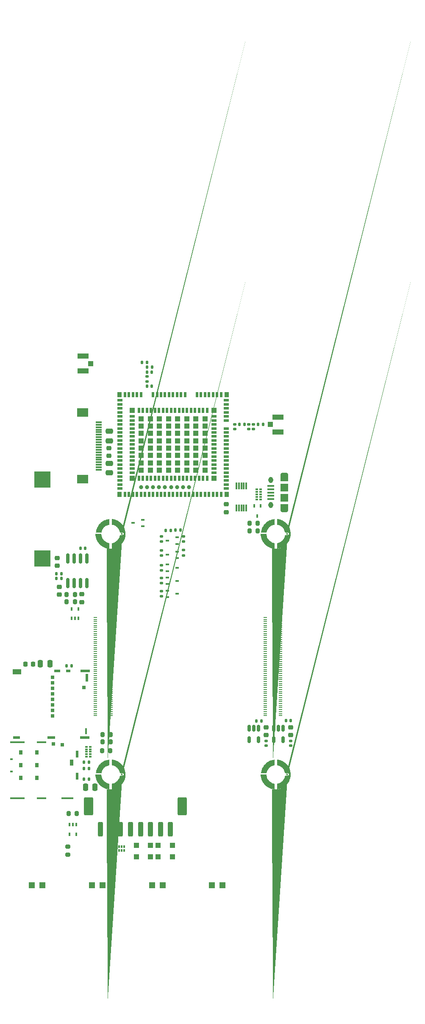
<source format=gbr>
%TF.GenerationSoftware,KiCad,Pcbnew,6.99.0-1.20221101gitf80c150.fc36*%
%TF.CreationDate,2022-11-16T22:50:14+00:00*%
%TF.ProjectId,bugg-main-r4,62756767-2d6d-4616-996e-2d72342e6b69,rev?*%
%TF.SameCoordinates,Original*%
%TF.FileFunction,Paste,Top*%
%TF.FilePolarity,Positive*%
%FSLAX46Y46*%
G04 Gerber Fmt 4.6, Leading zero omitted, Abs format (unit mm)*
G04 Created by KiCad (PCBNEW 6.99.0-1.20221101gitf80c150.fc36) date 2022-11-16 22:50:14*
%MOMM*%
%LPD*%
G01*
G04 APERTURE LIST*
G04 Aperture macros list*
%AMRoundRect*
0 Rectangle with rounded corners*
0 $1 Rounding radius*
0 $2 $3 $4 $5 $6 $7 $8 $9 X,Y pos of 4 corners*
0 Add a 4 corners polygon primitive as box body*
4,1,4,$2,$3,$4,$5,$6,$7,$8,$9,$2,$3,0*
0 Add four circle primitives for the rounded corners*
1,1,$1+$1,$2,$3*
1,1,$1+$1,$4,$5*
1,1,$1+$1,$6,$7*
1,1,$1+$1,$8,$9*
0 Add four rect primitives between the rounded corners*
20,1,$1+$1,$2,$3,$4,$5,0*
20,1,$1+$1,$4,$5,$6,$7,0*
20,1,$1+$1,$6,$7,$8,$9,0*
20,1,$1+$1,$8,$9,$2,$3,0*%
%AMFreePoly0*
4,1,101,-1.895792,2.944575,-1.557458,2.864389,-1.230721,2.745466,-0.920000,2.589416,-0.629496,2.398348,-0.363138,2.174847,-0.124527,1.921935,0.083109,1.643032,0.256962,1.341910,0.394681,1.022640,0.494404,0.689541,0.554783,0.347118,0.575000,0.000000,0.554783,-0.347118,0.494404,-0.689541,0.394681,-1.022640,0.256962,-1.341910,0.083109,-1.643032,-0.124527,-1.921935,-0.363138,-2.174847,
-0.629496,-2.398348,-0.920000,-2.589416,-1.230721,-2.745466,-1.557458,-2.864389,-1.895792,-2.944575,-2.241147,-2.984941,-2.588853,-2.984941,-2.934208,-2.944575,-3.272542,-2.864389,-3.599279,-2.745466,-3.910000,-2.589416,-4.200504,-2.398348,-4.466862,-2.174847,-4.705473,-1.921935,-4.913109,-1.643032,-5.086962,-1.341910,-5.224681,-1.022640,-5.324404,-0.689541,-5.384783,-0.347118,-5.405000,0.000000,
-4.259700,0.000000,-4.240924,-0.262528,-4.184977,-0.519712,-4.092998,-0.766316,-3.966860,-0.997320,-3.809131,-1.208022,-3.623022,-1.394131,-3.412320,-1.551860,-3.181316,-1.677998,-2.934712,-1.769977,-2.677528,-1.825924,-2.415000,-1.844700,-2.152472,-1.825924,-1.895288,-1.769977,-1.648684,-1.677998,-1.417680,-1.551860,-1.206978,-1.394131,-1.020869,-1.208022,-0.863140,-0.997320,-0.737002,-0.766316,
-0.645023,-0.519712,-0.589076,-0.262528,-0.570300,0.000000,-0.589076,0.262528,-0.645023,0.519712,-0.737002,0.766316,-0.863140,0.997320,-1.020869,1.208022,-1.206978,1.394131,-1.417680,1.551860,-1.648684,1.677998,-1.895288,1.769977,-2.152472,1.825924,-2.415000,1.844700,-2.677528,1.825924,-2.934712,1.769977,-3.181316,1.677998,-3.412320,1.551860,-3.623022,1.394131,-3.809131,1.208022,
-3.966860,0.997320,-4.092998,0.766316,-4.184977,0.519712,-4.240924,0.262528,-4.259700,0.000000,-5.405000,0.000000,-5.384783,0.347118,-5.324404,0.689541,-5.224681,1.022640,-5.086962,1.341910,-4.913109,1.643032,-4.705473,1.921935,-4.466862,2.174847,-4.200504,2.398348,-3.910000,2.589416,-3.599279,2.745466,-3.272542,2.864389,-2.934208,2.944575,-2.588853,2.984941,-2.241147,2.984941,
-1.895792,2.944575,-1.895792,2.944575,$1*%
G04 Aperture macros list end*
%ADD10C,0.010000*%
%ADD11RoundRect,0.140000X-0.140000X-0.170000X0.140000X-0.170000X0.140000X0.170000X-0.140000X0.170000X0*%
%ADD12R,0.700000X0.640000*%
%ADD13R,0.550000X1.550000*%
%ADD14R,0.700000X0.700000*%
%ADD15R,1.850000X0.570000*%
%ADD16R,0.820000X0.520000*%
%ADD17R,1.150000X0.520000*%
%ADD18R,1.700000X1.010000*%
%ADD19R,0.450000X1.300000*%
%ADD20R,1.960000X0.570000*%
%ADD21R,1.650000X0.520000*%
%ADD22R,1.450000X0.570000*%
%ADD23R,0.700000X0.900000*%
%ADD24R,1.900000X0.450000*%
%ADD25R,2.400000X0.450000*%
%ADD26R,2.900000X0.450000*%
%ADD27R,0.650000X1.200000*%
%ADD28R,0.700000X0.750000*%
%ADD29R,0.500000X1.400000*%
%ADD30R,0.600000X0.300000*%
%ADD31RoundRect,0.150000X-0.150000X0.512500X-0.150000X-0.512500X0.150000X-0.512500X0.150000X0.512500X0*%
%ADD32R,1.350000X0.400000*%
%ADD33O,1.550000X0.890000*%
%ADD34R,1.550000X1.500000*%
%ADD35R,1.550000X1.200000*%
%ADD36O,0.950000X1.250000*%
%ADD37R,1.200000X1.200000*%
%ADD38R,0.700000X0.450000*%
%ADD39RoundRect,0.135000X0.185000X-0.135000X0.185000X0.135000X-0.185000X0.135000X-0.185000X-0.135000X0*%
%ADD40RoundRect,0.250000X-0.250000X-1.200000X0.250000X-1.200000X0.250000X1.200000X-0.250000X1.200000X0*%
%ADD41RoundRect,0.250000X-0.650000X-1.550000X0.650000X-1.550000X0.650000X1.550000X-0.650000X1.550000X0*%
%ADD42RoundRect,0.225000X0.250000X-0.225000X0.250000X0.225000X-0.250000X0.225000X-0.250000X-0.225000X0*%
%ADD43RoundRect,0.250000X-0.475000X0.250000X-0.475000X-0.250000X0.475000X-0.250000X0.475000X0.250000X0*%
%ADD44RoundRect,0.150000X0.150000X-0.825000X0.150000X0.825000X-0.150000X0.825000X-0.150000X-0.825000X0*%
%ADD45RoundRect,0.218750X-0.256250X0.218750X-0.256250X-0.218750X0.256250X-0.218750X0.256250X0.218750X0*%
%ADD46RoundRect,0.135000X0.135000X0.185000X-0.135000X0.185000X-0.135000X-0.185000X0.135000X-0.185000X0*%
%ADD47R,0.450000X0.700000*%
%ADD48R,0.550000X0.300000*%
%ADD49R,0.550000X0.400000*%
%ADD50RoundRect,0.135000X-0.185000X0.135000X-0.185000X-0.135000X0.185000X-0.135000X0.185000X0.135000X0*%
%ADD51R,2.200000X1.050000*%
%ADD52R,1.050000X1.000000*%
%ADD53RoundRect,0.140000X0.140000X0.170000X-0.140000X0.170000X-0.140000X-0.170000X0.140000X-0.170000X0*%
%ADD54RoundRect,0.200000X-0.200000X-0.275000X0.200000X-0.275000X0.200000X0.275000X-0.200000X0.275000X0*%
%ADD55RoundRect,0.200000X0.200000X0.275000X-0.200000X0.275000X-0.200000X-0.275000X0.200000X-0.275000X0*%
%ADD56R,0.500000X1.000000*%
%ADD57R,1.000000X0.500000*%
%ADD58R,1.000000X1.000000*%
%ADD59R,0.900000X1.000000*%
%ADD60C,0.800000*%
%ADD61R,0.300000X1.400000*%
%ADD62R,1.100000X1.100000*%
%ADD63FreePoly0,0.000000*%
%ADD64RoundRect,0.200000X-0.275000X0.200000X-0.275000X-0.200000X0.275000X-0.200000X0.275000X0.200000X0*%
%ADD65R,0.700000X0.200000*%
%ADD66RoundRect,0.135000X-0.135000X-0.185000X0.135000X-0.185000X0.135000X0.185000X-0.135000X0.185000X0*%
%ADD67RoundRect,0.225000X0.225000X0.250000X-0.225000X0.250000X-0.225000X-0.250000X0.225000X-0.250000X0*%
%ADD68RoundRect,0.140000X-0.170000X0.140000X-0.170000X-0.140000X0.170000X-0.140000X0.170000X0.140000X0*%
%ADD69R,0.400000X0.650000*%
%ADD70RoundRect,0.147500X-0.147500X-0.172500X0.147500X-0.172500X0.147500X0.172500X-0.147500X0.172500X0*%
%ADD71RoundRect,0.147500X0.147500X0.172500X-0.147500X0.172500X-0.147500X-0.172500X0.147500X-0.172500X0*%
%ADD72RoundRect,0.250000X0.475000X-0.250000X0.475000X0.250000X-0.475000X0.250000X-0.475000X-0.250000X0*%
%ADD73RoundRect,0.147500X0.172500X-0.147500X0.172500X0.147500X-0.172500X0.147500X-0.172500X-0.147500X0*%
%ADD74R,2.200000X1.800000*%
%ADD75R,1.300000X0.300000*%
%ADD76RoundRect,0.250000X-0.250000X-0.475000X0.250000X-0.475000X0.250000X0.475000X-0.250000X0.475000X0*%
%ADD77R,0.300000X0.550000*%
%ADD78R,0.400000X0.550000*%
%ADD79RoundRect,0.140000X0.170000X-0.140000X0.170000X0.140000X-0.170000X0.140000X-0.170000X-0.140000X0*%
%ADD80R,3.200000X3.200000*%
%ADD81RoundRect,0.225000X-0.250000X0.225000X-0.250000X-0.225000X0.250000X-0.225000X0.250000X0.225000X0*%
G04 APERTURE END LIST*
%TO.C,SP3*%
G36*
X22643000Y-24415000D02*
G01*
X22668000Y-24510000D01*
X22723000Y-24680000D01*
X22873000Y-24985000D01*
X22998000Y-25165000D01*
X23103000Y-25290000D01*
X23208000Y-25395000D01*
X23338000Y-25505000D01*
X23458000Y-25590000D01*
X23573000Y-25660000D01*
X23713000Y-25730000D01*
X23818000Y-25775000D01*
X23903000Y-25805000D01*
X24018000Y-25840000D01*
X24133000Y-25865000D01*
X24178000Y-25875000D01*
X24178000Y-26905000D01*
X24113000Y-26895000D01*
X23958000Y-26870000D01*
X23798000Y-26835000D01*
X23618000Y-26785000D01*
X23408000Y-26710000D01*
X23263000Y-26645000D01*
X23083000Y-26555000D01*
X22973000Y-26490000D01*
X22888000Y-26435000D01*
X22793000Y-26370000D01*
X22718000Y-26315000D01*
X22613000Y-26230000D01*
X22538000Y-26165000D01*
X22468000Y-26100000D01*
X22388000Y-26020000D01*
X22268000Y-25885000D01*
X22178000Y-25775000D01*
X22103000Y-25670000D01*
X21983000Y-25485000D01*
X21923000Y-25375000D01*
X21843000Y-25215000D01*
X21783000Y-25075000D01*
X21728000Y-24925000D01*
X21688000Y-24790000D01*
X21653000Y-24655000D01*
X21638000Y-24585000D01*
X21623000Y-24500000D01*
X21608000Y-24405000D01*
X21598000Y-24320000D01*
X22628000Y-24320000D01*
X22643000Y-24415000D01*
G37*
D10*
X22643000Y-24415000D02*
X22668000Y-24510000D01*
X22723000Y-24680000D01*
X22873000Y-24985000D01*
X22998000Y-25165000D01*
X23103000Y-25290000D01*
X23208000Y-25395000D01*
X23338000Y-25505000D01*
X23458000Y-25590000D01*
X23573000Y-25660000D01*
X23713000Y-25730000D01*
X23818000Y-25775000D01*
X23903000Y-25805000D01*
X24018000Y-25840000D01*
X24133000Y-25865000D01*
X24178000Y-25875000D01*
X24178000Y-26905000D01*
X24113000Y-26895000D01*
X23958000Y-26870000D01*
X23798000Y-26835000D01*
X23618000Y-26785000D01*
X23408000Y-26710000D01*
X23263000Y-26645000D01*
X23083000Y-26555000D01*
X22973000Y-26490000D01*
X22888000Y-26435000D01*
X22793000Y-26370000D01*
X22718000Y-26315000D01*
X22613000Y-26230000D01*
X22538000Y-26165000D01*
X22468000Y-26100000D01*
X22388000Y-26020000D01*
X22268000Y-25885000D01*
X22178000Y-25775000D01*
X22103000Y-25670000D01*
X21983000Y-25485000D01*
X21923000Y-25375000D01*
X21843000Y-25215000D01*
X21783000Y-25075000D01*
X21728000Y-24925000D01*
X21688000Y-24790000D01*
X21653000Y-24655000D01*
X21638000Y-24585000D01*
X21623000Y-24500000D01*
X21608000Y-24405000D01*
X21598000Y-24320000D01*
X22628000Y-24320000D01*
X22643000Y-24415000D01*
G36*
X24180000Y-22130000D02*
G01*
X24085000Y-22145000D01*
X23990000Y-22170000D01*
X23820000Y-22225000D01*
X23515000Y-22375000D01*
X23335000Y-22500000D01*
X23210000Y-22605000D01*
X23105000Y-22710000D01*
X22995000Y-22840000D01*
X22910000Y-22960000D01*
X22840000Y-23075000D01*
X22770000Y-23215000D01*
X22725000Y-23320000D01*
X22695000Y-23405000D01*
X22660000Y-23520000D01*
X22635000Y-23635000D01*
X22625000Y-23680000D01*
X21595000Y-23680000D01*
X21605000Y-23615000D01*
X21630000Y-23460000D01*
X21665000Y-23300000D01*
X21715000Y-23120000D01*
X21790000Y-22910000D01*
X21855000Y-22765000D01*
X21945000Y-22585000D01*
X22010000Y-22475000D01*
X22065000Y-22390000D01*
X22130000Y-22295000D01*
X22185000Y-22220000D01*
X22270000Y-22115000D01*
X22335000Y-22040000D01*
X22400000Y-21970000D01*
X22480000Y-21890000D01*
X22615000Y-21770000D01*
X22725000Y-21680000D01*
X22830000Y-21605000D01*
X23015000Y-21485000D01*
X23125000Y-21425000D01*
X23285000Y-21345000D01*
X23425000Y-21285000D01*
X23575000Y-21230000D01*
X23710000Y-21190000D01*
X23845000Y-21155000D01*
X23915000Y-21140000D01*
X24000000Y-21125000D01*
X24095000Y-21110000D01*
X24180000Y-21100000D01*
X24180000Y-22130000D01*
G37*
X24180000Y-22130000D02*
X24085000Y-22145000D01*
X23990000Y-22170000D01*
X23820000Y-22225000D01*
X23515000Y-22375000D01*
X23335000Y-22500000D01*
X23210000Y-22605000D01*
X23105000Y-22710000D01*
X22995000Y-22840000D01*
X22910000Y-22960000D01*
X22840000Y-23075000D01*
X22770000Y-23215000D01*
X22725000Y-23320000D01*
X22695000Y-23405000D01*
X22660000Y-23520000D01*
X22635000Y-23635000D01*
X22625000Y-23680000D01*
X21595000Y-23680000D01*
X21605000Y-23615000D01*
X21630000Y-23460000D01*
X21665000Y-23300000D01*
X21715000Y-23120000D01*
X21790000Y-22910000D01*
X21855000Y-22765000D01*
X21945000Y-22585000D01*
X22010000Y-22475000D01*
X22065000Y-22390000D01*
X22130000Y-22295000D01*
X22185000Y-22220000D01*
X22270000Y-22115000D01*
X22335000Y-22040000D01*
X22400000Y-21970000D01*
X22480000Y-21890000D01*
X22615000Y-21770000D01*
X22725000Y-21680000D01*
X22830000Y-21605000D01*
X23015000Y-21485000D01*
X23125000Y-21425000D01*
X23285000Y-21345000D01*
X23425000Y-21285000D01*
X23575000Y-21230000D01*
X23710000Y-21190000D01*
X23845000Y-21155000D01*
X23915000Y-21140000D01*
X24000000Y-21125000D01*
X24095000Y-21110000D01*
X24180000Y-21100000D01*
X24180000Y-22130000D01*
G36*
X27395000Y-24386000D02*
G01*
X27370000Y-24541000D01*
X27335000Y-24701000D01*
X27285000Y-24881000D01*
X27210000Y-25091000D01*
X27145000Y-25236000D01*
X27055000Y-25416000D01*
X26990000Y-25526000D01*
X26935000Y-25611000D01*
X26870000Y-25706000D01*
X26815000Y-25781000D01*
X26730000Y-25886000D01*
X26665000Y-25961000D01*
X26600000Y-26031000D01*
X26520000Y-26111000D01*
X26385000Y-26231000D01*
X26275000Y-26321000D01*
X26170000Y-26396000D01*
X25985000Y-26516000D01*
X25875000Y-26576000D01*
X25715000Y-26656000D01*
X25575000Y-26716000D01*
X25425000Y-26771000D01*
X25290000Y-26811000D01*
X25155000Y-26846000D01*
X25085000Y-26861000D01*
X25000000Y-26876000D01*
X24905000Y-26891000D01*
X24820000Y-26901000D01*
X24820000Y-25871000D01*
X24915000Y-25856000D01*
X25010000Y-25831000D01*
X25180000Y-25776000D01*
X25485000Y-25626000D01*
X25665000Y-25501000D01*
X25790000Y-25396000D01*
X25895000Y-25291000D01*
X26005000Y-25161000D01*
X26090000Y-25041000D01*
X26160000Y-24926000D01*
X26230000Y-24786000D01*
X26275000Y-24681000D01*
X26305000Y-24596000D01*
X26340000Y-24481000D01*
X26365000Y-24366000D01*
X26375000Y-24321000D01*
X27405000Y-24321000D01*
X27395000Y-24386000D01*
G37*
X27395000Y-24386000D02*
X27370000Y-24541000D01*
X27335000Y-24701000D01*
X27285000Y-24881000D01*
X27210000Y-25091000D01*
X27145000Y-25236000D01*
X27055000Y-25416000D01*
X26990000Y-25526000D01*
X26935000Y-25611000D01*
X26870000Y-25706000D01*
X26815000Y-25781000D01*
X26730000Y-25886000D01*
X26665000Y-25961000D01*
X26600000Y-26031000D01*
X26520000Y-26111000D01*
X26385000Y-26231000D01*
X26275000Y-26321000D01*
X26170000Y-26396000D01*
X25985000Y-26516000D01*
X25875000Y-26576000D01*
X25715000Y-26656000D01*
X25575000Y-26716000D01*
X25425000Y-26771000D01*
X25290000Y-26811000D01*
X25155000Y-26846000D01*
X25085000Y-26861000D01*
X25000000Y-26876000D01*
X24905000Y-26891000D01*
X24820000Y-26901000D01*
X24820000Y-25871000D01*
X24915000Y-25856000D01*
X25010000Y-25831000D01*
X25180000Y-25776000D01*
X25485000Y-25626000D01*
X25665000Y-25501000D01*
X25790000Y-25396000D01*
X25895000Y-25291000D01*
X26005000Y-25161000D01*
X26090000Y-25041000D01*
X26160000Y-24926000D01*
X26230000Y-24786000D01*
X26275000Y-24681000D01*
X26305000Y-24596000D01*
X26340000Y-24481000D01*
X26365000Y-24366000D01*
X26375000Y-24321000D01*
X27405000Y-24321000D01*
X27395000Y-24386000D01*
G36*
X24885401Y-21107903D02*
G01*
X25040401Y-21132903D01*
X25200401Y-21167903D01*
X25380401Y-21217903D01*
X25590401Y-21292903D01*
X25735401Y-21357903D01*
X25915401Y-21447903D01*
X26025401Y-21512903D01*
X26110401Y-21567903D01*
X26205401Y-21632903D01*
X26280401Y-21687903D01*
X26385401Y-21772903D01*
X26460401Y-21837903D01*
X26530401Y-21902903D01*
X26610401Y-21982903D01*
X26730401Y-22117903D01*
X26820401Y-22227903D01*
X26895401Y-22332903D01*
X27015401Y-22517903D01*
X27075401Y-22627903D01*
X27155401Y-22787903D01*
X27215401Y-22927903D01*
X27270401Y-23077903D01*
X27310401Y-23212903D01*
X27345401Y-23347903D01*
X27360401Y-23417903D01*
X27375401Y-23502903D01*
X27390401Y-23597903D01*
X27400401Y-23682903D01*
X26370401Y-23682903D01*
X26355401Y-23587903D01*
X26330401Y-23492903D01*
X26275401Y-23322903D01*
X26125401Y-23017903D01*
X26000401Y-22837903D01*
X25895401Y-22712903D01*
X25790401Y-22607903D01*
X25660401Y-22497903D01*
X25540401Y-22412903D01*
X25425401Y-22342903D01*
X25285401Y-22272903D01*
X25180401Y-22227903D01*
X25095401Y-22197903D01*
X24980401Y-22162903D01*
X24865401Y-22137903D01*
X24820401Y-22127903D01*
X24820401Y-21097903D01*
X24885401Y-21107903D01*
G37*
X24885401Y-21107903D02*
X25040401Y-21132903D01*
X25200401Y-21167903D01*
X25380401Y-21217903D01*
X25590401Y-21292903D01*
X25735401Y-21357903D01*
X25915401Y-21447903D01*
X26025401Y-21512903D01*
X26110401Y-21567903D01*
X26205401Y-21632903D01*
X26280401Y-21687903D01*
X26385401Y-21772903D01*
X26460401Y-21837903D01*
X26530401Y-21902903D01*
X26610401Y-21982903D01*
X26730401Y-22117903D01*
X26820401Y-22227903D01*
X26895401Y-22332903D01*
X27015401Y-22517903D01*
X27075401Y-22627903D01*
X27155401Y-22787903D01*
X27215401Y-22927903D01*
X27270401Y-23077903D01*
X27310401Y-23212903D01*
X27345401Y-23347903D01*
X27360401Y-23417903D01*
X27375401Y-23502903D01*
X27390401Y-23597903D01*
X27400401Y-23682903D01*
X26370401Y-23682903D01*
X26355401Y-23587903D01*
X26330401Y-23492903D01*
X26275401Y-23322903D01*
X26125401Y-23017903D01*
X26000401Y-22837903D01*
X25895401Y-22712903D01*
X25790401Y-22607903D01*
X25660401Y-22497903D01*
X25540401Y-22412903D01*
X25425401Y-22342903D01*
X25285401Y-22272903D01*
X25180401Y-22227903D01*
X25095401Y-22197903D01*
X24980401Y-22162903D01*
X24865401Y-22137903D01*
X24820401Y-22127903D01*
X24820401Y-21097903D01*
X24885401Y-21107903D01*
%TO.C,SP1*%
G36*
X-10357000Y23585000D02*
G01*
X-10332000Y23490000D01*
X-10277000Y23320000D01*
X-10127000Y23015000D01*
X-10002000Y22835000D01*
X-9897000Y22710000D01*
X-9792000Y22605000D01*
X-9662000Y22495000D01*
X-9542000Y22410000D01*
X-9427000Y22340000D01*
X-9287000Y22270000D01*
X-9182000Y22225000D01*
X-9097000Y22195000D01*
X-8982000Y22160000D01*
X-8867000Y22135000D01*
X-8822000Y22125000D01*
X-8822000Y21095000D01*
X-8887000Y21105000D01*
X-9042000Y21130000D01*
X-9202000Y21165000D01*
X-9382000Y21215000D01*
X-9592000Y21290000D01*
X-9737000Y21355000D01*
X-9917000Y21445000D01*
X-10027000Y21510000D01*
X-10112000Y21565000D01*
X-10207000Y21630000D01*
X-10282000Y21685000D01*
X-10387000Y21770000D01*
X-10462000Y21835000D01*
X-10532000Y21900000D01*
X-10612000Y21980000D01*
X-10732000Y22115000D01*
X-10822000Y22225000D01*
X-10897000Y22330000D01*
X-11017000Y22515000D01*
X-11077000Y22625000D01*
X-11157000Y22785000D01*
X-11217000Y22925000D01*
X-11272000Y23075000D01*
X-11312000Y23210000D01*
X-11347000Y23345000D01*
X-11362000Y23415000D01*
X-11377000Y23500000D01*
X-11392000Y23595000D01*
X-11402000Y23680000D01*
X-10372000Y23680000D01*
X-10357000Y23585000D01*
G37*
X-10357000Y23585000D02*
X-10332000Y23490000D01*
X-10277000Y23320000D01*
X-10127000Y23015000D01*
X-10002000Y22835000D01*
X-9897000Y22710000D01*
X-9792000Y22605000D01*
X-9662000Y22495000D01*
X-9542000Y22410000D01*
X-9427000Y22340000D01*
X-9287000Y22270000D01*
X-9182000Y22225000D01*
X-9097000Y22195000D01*
X-8982000Y22160000D01*
X-8867000Y22135000D01*
X-8822000Y22125000D01*
X-8822000Y21095000D01*
X-8887000Y21105000D01*
X-9042000Y21130000D01*
X-9202000Y21165000D01*
X-9382000Y21215000D01*
X-9592000Y21290000D01*
X-9737000Y21355000D01*
X-9917000Y21445000D01*
X-10027000Y21510000D01*
X-10112000Y21565000D01*
X-10207000Y21630000D01*
X-10282000Y21685000D01*
X-10387000Y21770000D01*
X-10462000Y21835000D01*
X-10532000Y21900000D01*
X-10612000Y21980000D01*
X-10732000Y22115000D01*
X-10822000Y22225000D01*
X-10897000Y22330000D01*
X-11017000Y22515000D01*
X-11077000Y22625000D01*
X-11157000Y22785000D01*
X-11217000Y22925000D01*
X-11272000Y23075000D01*
X-11312000Y23210000D01*
X-11347000Y23345000D01*
X-11362000Y23415000D01*
X-11377000Y23500000D01*
X-11392000Y23595000D01*
X-11402000Y23680000D01*
X-10372000Y23680000D01*
X-10357000Y23585000D01*
G36*
X-8820000Y25870000D02*
G01*
X-8915000Y25855000D01*
X-9010000Y25830000D01*
X-9180000Y25775000D01*
X-9485000Y25625000D01*
X-9665000Y25500000D01*
X-9790000Y25395000D01*
X-9895000Y25290000D01*
X-10005000Y25160000D01*
X-10090000Y25040000D01*
X-10160000Y24925000D01*
X-10230000Y24785000D01*
X-10275000Y24680000D01*
X-10305000Y24595000D01*
X-10340000Y24480000D01*
X-10365000Y24365000D01*
X-10375000Y24320000D01*
X-11405000Y24320000D01*
X-11395000Y24385000D01*
X-11370000Y24540000D01*
X-11335000Y24700000D01*
X-11285000Y24880000D01*
X-11210000Y25090000D01*
X-11145000Y25235000D01*
X-11055000Y25415000D01*
X-10990000Y25525000D01*
X-10935000Y25610000D01*
X-10870000Y25705000D01*
X-10815000Y25780000D01*
X-10730000Y25885000D01*
X-10665000Y25960000D01*
X-10600000Y26030000D01*
X-10520000Y26110000D01*
X-10385000Y26230000D01*
X-10275000Y26320000D01*
X-10170000Y26395000D01*
X-9985000Y26515000D01*
X-9875000Y26575000D01*
X-9715000Y26655000D01*
X-9575000Y26715000D01*
X-9425000Y26770000D01*
X-9290000Y26810000D01*
X-9155000Y26845000D01*
X-9085000Y26860000D01*
X-9000000Y26875000D01*
X-8905000Y26890000D01*
X-8820000Y26900000D01*
X-8820000Y25870000D01*
G37*
X-8820000Y25870000D02*
X-8915000Y25855000D01*
X-9010000Y25830000D01*
X-9180000Y25775000D01*
X-9485000Y25625000D01*
X-9665000Y25500000D01*
X-9790000Y25395000D01*
X-9895000Y25290000D01*
X-10005000Y25160000D01*
X-10090000Y25040000D01*
X-10160000Y24925000D01*
X-10230000Y24785000D01*
X-10275000Y24680000D01*
X-10305000Y24595000D01*
X-10340000Y24480000D01*
X-10365000Y24365000D01*
X-10375000Y24320000D01*
X-11405000Y24320000D01*
X-11395000Y24385000D01*
X-11370000Y24540000D01*
X-11335000Y24700000D01*
X-11285000Y24880000D01*
X-11210000Y25090000D01*
X-11145000Y25235000D01*
X-11055000Y25415000D01*
X-10990000Y25525000D01*
X-10935000Y25610000D01*
X-10870000Y25705000D01*
X-10815000Y25780000D01*
X-10730000Y25885000D01*
X-10665000Y25960000D01*
X-10600000Y26030000D01*
X-10520000Y26110000D01*
X-10385000Y26230000D01*
X-10275000Y26320000D01*
X-10170000Y26395000D01*
X-9985000Y26515000D01*
X-9875000Y26575000D01*
X-9715000Y26655000D01*
X-9575000Y26715000D01*
X-9425000Y26770000D01*
X-9290000Y26810000D01*
X-9155000Y26845000D01*
X-9085000Y26860000D01*
X-9000000Y26875000D01*
X-8905000Y26890000D01*
X-8820000Y26900000D01*
X-8820000Y25870000D01*
G36*
X-5605000Y23614000D02*
G01*
X-5630000Y23459000D01*
X-5665000Y23299000D01*
X-5715000Y23119000D01*
X-5790000Y22909000D01*
X-5855000Y22764000D01*
X-5945000Y22584000D01*
X-6010000Y22474000D01*
X-6065000Y22389000D01*
X-6130000Y22294000D01*
X-6185000Y22219000D01*
X-6270000Y22114000D01*
X-6335000Y22039000D01*
X-6400000Y21969000D01*
X-6480000Y21889000D01*
X-6615000Y21769000D01*
X-6725000Y21679000D01*
X-6830000Y21604000D01*
X-7015000Y21484000D01*
X-7125000Y21424000D01*
X-7285000Y21344000D01*
X-7425000Y21284000D01*
X-7575000Y21229000D01*
X-7710000Y21189000D01*
X-7845000Y21154000D01*
X-7915000Y21139000D01*
X-8000000Y21124000D01*
X-8095000Y21109000D01*
X-8180000Y21099000D01*
X-8180000Y22129000D01*
X-8085000Y22144000D01*
X-7990000Y22169000D01*
X-7820000Y22224000D01*
X-7515000Y22374000D01*
X-7335000Y22499000D01*
X-7210000Y22604000D01*
X-7105000Y22709000D01*
X-6995000Y22839000D01*
X-6910000Y22959000D01*
X-6840000Y23074000D01*
X-6770000Y23214000D01*
X-6725000Y23319000D01*
X-6695000Y23404000D01*
X-6660000Y23519000D01*
X-6635000Y23634000D01*
X-6625000Y23679000D01*
X-5595000Y23679000D01*
X-5605000Y23614000D01*
G37*
X-5605000Y23614000D02*
X-5630000Y23459000D01*
X-5665000Y23299000D01*
X-5715000Y23119000D01*
X-5790000Y22909000D01*
X-5855000Y22764000D01*
X-5945000Y22584000D01*
X-6010000Y22474000D01*
X-6065000Y22389000D01*
X-6130000Y22294000D01*
X-6185000Y22219000D01*
X-6270000Y22114000D01*
X-6335000Y22039000D01*
X-6400000Y21969000D01*
X-6480000Y21889000D01*
X-6615000Y21769000D01*
X-6725000Y21679000D01*
X-6830000Y21604000D01*
X-7015000Y21484000D01*
X-7125000Y21424000D01*
X-7285000Y21344000D01*
X-7425000Y21284000D01*
X-7575000Y21229000D01*
X-7710000Y21189000D01*
X-7845000Y21154000D01*
X-7915000Y21139000D01*
X-8000000Y21124000D01*
X-8095000Y21109000D01*
X-8180000Y21099000D01*
X-8180000Y22129000D01*
X-8085000Y22144000D01*
X-7990000Y22169000D01*
X-7820000Y22224000D01*
X-7515000Y22374000D01*
X-7335000Y22499000D01*
X-7210000Y22604000D01*
X-7105000Y22709000D01*
X-6995000Y22839000D01*
X-6910000Y22959000D01*
X-6840000Y23074000D01*
X-6770000Y23214000D01*
X-6725000Y23319000D01*
X-6695000Y23404000D01*
X-6660000Y23519000D01*
X-6635000Y23634000D01*
X-6625000Y23679000D01*
X-5595000Y23679000D01*
X-5605000Y23614000D01*
G36*
X-8114599Y26892097D02*
G01*
X-7959599Y26867097D01*
X-7799599Y26832097D01*
X-7619599Y26782097D01*
X-7409599Y26707097D01*
X-7264599Y26642097D01*
X-7084599Y26552097D01*
X-6974599Y26487097D01*
X-6889599Y26432097D01*
X-6794599Y26367097D01*
X-6719599Y26312097D01*
X-6614599Y26227097D01*
X-6539599Y26162097D01*
X-6469599Y26097097D01*
X-6389599Y26017097D01*
X-6269599Y25882097D01*
X-6179599Y25772097D01*
X-6104599Y25667097D01*
X-5984599Y25482097D01*
X-5924599Y25372097D01*
X-5844599Y25212097D01*
X-5784599Y25072097D01*
X-5729599Y24922097D01*
X-5689599Y24787097D01*
X-5654599Y24652097D01*
X-5639599Y24582097D01*
X-5624599Y24497097D01*
X-5609599Y24402097D01*
X-5599599Y24317097D01*
X-6629599Y24317097D01*
X-6644599Y24412097D01*
X-6669599Y24507097D01*
X-6724599Y24677097D01*
X-6874599Y24982097D01*
X-6999599Y25162097D01*
X-7104599Y25287097D01*
X-7209599Y25392097D01*
X-7339599Y25502097D01*
X-7459599Y25587097D01*
X-7574599Y25657097D01*
X-7714599Y25727097D01*
X-7819599Y25772097D01*
X-7904599Y25802097D01*
X-8019599Y25837097D01*
X-8134599Y25862097D01*
X-8179599Y25872097D01*
X-8179599Y26902097D01*
X-8114599Y26892097D01*
G37*
X-8114599Y26892097D02*
X-7959599Y26867097D01*
X-7799599Y26832097D01*
X-7619599Y26782097D01*
X-7409599Y26707097D01*
X-7264599Y26642097D01*
X-7084599Y26552097D01*
X-6974599Y26487097D01*
X-6889599Y26432097D01*
X-6794599Y26367097D01*
X-6719599Y26312097D01*
X-6614599Y26227097D01*
X-6539599Y26162097D01*
X-6469599Y26097097D01*
X-6389599Y26017097D01*
X-6269599Y25882097D01*
X-6179599Y25772097D01*
X-6104599Y25667097D01*
X-5984599Y25482097D01*
X-5924599Y25372097D01*
X-5844599Y25212097D01*
X-5784599Y25072097D01*
X-5729599Y24922097D01*
X-5689599Y24787097D01*
X-5654599Y24652097D01*
X-5639599Y24582097D01*
X-5624599Y24497097D01*
X-5609599Y24402097D01*
X-5599599Y24317097D01*
X-6629599Y24317097D01*
X-6644599Y24412097D01*
X-6669599Y24507097D01*
X-6724599Y24677097D01*
X-6874599Y24982097D01*
X-6999599Y25162097D01*
X-7104599Y25287097D01*
X-7209599Y25392097D01*
X-7339599Y25502097D01*
X-7459599Y25587097D01*
X-7574599Y25657097D01*
X-7714599Y25727097D01*
X-7819599Y25772097D01*
X-7904599Y25802097D01*
X-8019599Y25837097D01*
X-8134599Y25862097D01*
X-8179599Y25872097D01*
X-8179599Y26902097D01*
X-8114599Y26892097D01*
%TO.C,SP2*%
G36*
X22643000Y23585000D02*
G01*
X22668000Y23490000D01*
X22723000Y23320000D01*
X22873000Y23015000D01*
X22998000Y22835000D01*
X23103000Y22710000D01*
X23208000Y22605000D01*
X23338000Y22495000D01*
X23458000Y22410000D01*
X23573000Y22340000D01*
X23713000Y22270000D01*
X23818000Y22225000D01*
X23903000Y22195000D01*
X24018000Y22160000D01*
X24133000Y22135000D01*
X24178000Y22125000D01*
X24178000Y21095000D01*
X24113000Y21105000D01*
X23958000Y21130000D01*
X23798000Y21165000D01*
X23618000Y21215000D01*
X23408000Y21290000D01*
X23263000Y21355000D01*
X23083000Y21445000D01*
X22973000Y21510000D01*
X22888000Y21565000D01*
X22793000Y21630000D01*
X22718000Y21685000D01*
X22613000Y21770000D01*
X22538000Y21835000D01*
X22468000Y21900000D01*
X22388000Y21980000D01*
X22268000Y22115000D01*
X22178000Y22225000D01*
X22103000Y22330000D01*
X21983000Y22515000D01*
X21923000Y22625000D01*
X21843000Y22785000D01*
X21783000Y22925000D01*
X21728000Y23075000D01*
X21688000Y23210000D01*
X21653000Y23345000D01*
X21638000Y23415000D01*
X21623000Y23500000D01*
X21608000Y23595000D01*
X21598000Y23680000D01*
X22628000Y23680000D01*
X22643000Y23585000D01*
G37*
X22643000Y23585000D02*
X22668000Y23490000D01*
X22723000Y23320000D01*
X22873000Y23015000D01*
X22998000Y22835000D01*
X23103000Y22710000D01*
X23208000Y22605000D01*
X23338000Y22495000D01*
X23458000Y22410000D01*
X23573000Y22340000D01*
X23713000Y22270000D01*
X23818000Y22225000D01*
X23903000Y22195000D01*
X24018000Y22160000D01*
X24133000Y22135000D01*
X24178000Y22125000D01*
X24178000Y21095000D01*
X24113000Y21105000D01*
X23958000Y21130000D01*
X23798000Y21165000D01*
X23618000Y21215000D01*
X23408000Y21290000D01*
X23263000Y21355000D01*
X23083000Y21445000D01*
X22973000Y21510000D01*
X22888000Y21565000D01*
X22793000Y21630000D01*
X22718000Y21685000D01*
X22613000Y21770000D01*
X22538000Y21835000D01*
X22468000Y21900000D01*
X22388000Y21980000D01*
X22268000Y22115000D01*
X22178000Y22225000D01*
X22103000Y22330000D01*
X21983000Y22515000D01*
X21923000Y22625000D01*
X21843000Y22785000D01*
X21783000Y22925000D01*
X21728000Y23075000D01*
X21688000Y23210000D01*
X21653000Y23345000D01*
X21638000Y23415000D01*
X21623000Y23500000D01*
X21608000Y23595000D01*
X21598000Y23680000D01*
X22628000Y23680000D01*
X22643000Y23585000D01*
G36*
X24180000Y25870000D02*
G01*
X24085000Y25855000D01*
X23990000Y25830000D01*
X23820000Y25775000D01*
X23515000Y25625000D01*
X23335000Y25500000D01*
X23210000Y25395000D01*
X23105000Y25290000D01*
X22995000Y25160000D01*
X22910000Y25040000D01*
X22840000Y24925000D01*
X22770000Y24785000D01*
X22725000Y24680000D01*
X22695000Y24595000D01*
X22660000Y24480000D01*
X22635000Y24365000D01*
X22625000Y24320000D01*
X21595000Y24320000D01*
X21605000Y24385000D01*
X21630000Y24540000D01*
X21665000Y24700000D01*
X21715000Y24880000D01*
X21790000Y25090000D01*
X21855000Y25235000D01*
X21945000Y25415000D01*
X22010000Y25525000D01*
X22065000Y25610000D01*
X22130000Y25705000D01*
X22185000Y25780000D01*
X22270000Y25885000D01*
X22335000Y25960000D01*
X22400000Y26030000D01*
X22480000Y26110000D01*
X22615000Y26230000D01*
X22725000Y26320000D01*
X22830000Y26395000D01*
X23015000Y26515000D01*
X23125000Y26575000D01*
X23285000Y26655000D01*
X23425000Y26715000D01*
X23575000Y26770000D01*
X23710000Y26810000D01*
X23845000Y26845000D01*
X23915000Y26860000D01*
X24000000Y26875000D01*
X24095000Y26890000D01*
X24180000Y26900000D01*
X24180000Y25870000D01*
G37*
X24180000Y25870000D02*
X24085000Y25855000D01*
X23990000Y25830000D01*
X23820000Y25775000D01*
X23515000Y25625000D01*
X23335000Y25500000D01*
X23210000Y25395000D01*
X23105000Y25290000D01*
X22995000Y25160000D01*
X22910000Y25040000D01*
X22840000Y24925000D01*
X22770000Y24785000D01*
X22725000Y24680000D01*
X22695000Y24595000D01*
X22660000Y24480000D01*
X22635000Y24365000D01*
X22625000Y24320000D01*
X21595000Y24320000D01*
X21605000Y24385000D01*
X21630000Y24540000D01*
X21665000Y24700000D01*
X21715000Y24880000D01*
X21790000Y25090000D01*
X21855000Y25235000D01*
X21945000Y25415000D01*
X22010000Y25525000D01*
X22065000Y25610000D01*
X22130000Y25705000D01*
X22185000Y25780000D01*
X22270000Y25885000D01*
X22335000Y25960000D01*
X22400000Y26030000D01*
X22480000Y26110000D01*
X22615000Y26230000D01*
X22725000Y26320000D01*
X22830000Y26395000D01*
X23015000Y26515000D01*
X23125000Y26575000D01*
X23285000Y26655000D01*
X23425000Y26715000D01*
X23575000Y26770000D01*
X23710000Y26810000D01*
X23845000Y26845000D01*
X23915000Y26860000D01*
X24000000Y26875000D01*
X24095000Y26890000D01*
X24180000Y26900000D01*
X24180000Y25870000D01*
G36*
X27395000Y23614000D02*
G01*
X27370000Y23459000D01*
X27335000Y23299000D01*
X27285000Y23119000D01*
X27210000Y22909000D01*
X27145000Y22764000D01*
X27055000Y22584000D01*
X26990000Y22474000D01*
X26935000Y22389000D01*
X26870000Y22294000D01*
X26815000Y22219000D01*
X26730000Y22114000D01*
X26665000Y22039000D01*
X26600000Y21969000D01*
X26520000Y21889000D01*
X26385000Y21769000D01*
X26275000Y21679000D01*
X26170000Y21604000D01*
X25985000Y21484000D01*
X25875000Y21424000D01*
X25715000Y21344000D01*
X25575000Y21284000D01*
X25425000Y21229000D01*
X25290000Y21189000D01*
X25155000Y21154000D01*
X25085000Y21139000D01*
X25000000Y21124000D01*
X24905000Y21109000D01*
X24820000Y21099000D01*
X24820000Y22129000D01*
X24915000Y22144000D01*
X25010000Y22169000D01*
X25180000Y22224000D01*
X25485000Y22374000D01*
X25665000Y22499000D01*
X25790000Y22604000D01*
X25895000Y22709000D01*
X26005000Y22839000D01*
X26090000Y22959000D01*
X26160000Y23074000D01*
X26230000Y23214000D01*
X26275000Y23319000D01*
X26305000Y23404000D01*
X26340000Y23519000D01*
X26365000Y23634000D01*
X26375000Y23679000D01*
X27405000Y23679000D01*
X27395000Y23614000D01*
G37*
X27395000Y23614000D02*
X27370000Y23459000D01*
X27335000Y23299000D01*
X27285000Y23119000D01*
X27210000Y22909000D01*
X27145000Y22764000D01*
X27055000Y22584000D01*
X26990000Y22474000D01*
X26935000Y22389000D01*
X26870000Y22294000D01*
X26815000Y22219000D01*
X26730000Y22114000D01*
X26665000Y22039000D01*
X26600000Y21969000D01*
X26520000Y21889000D01*
X26385000Y21769000D01*
X26275000Y21679000D01*
X26170000Y21604000D01*
X25985000Y21484000D01*
X25875000Y21424000D01*
X25715000Y21344000D01*
X25575000Y21284000D01*
X25425000Y21229000D01*
X25290000Y21189000D01*
X25155000Y21154000D01*
X25085000Y21139000D01*
X25000000Y21124000D01*
X24905000Y21109000D01*
X24820000Y21099000D01*
X24820000Y22129000D01*
X24915000Y22144000D01*
X25010000Y22169000D01*
X25180000Y22224000D01*
X25485000Y22374000D01*
X25665000Y22499000D01*
X25790000Y22604000D01*
X25895000Y22709000D01*
X26005000Y22839000D01*
X26090000Y22959000D01*
X26160000Y23074000D01*
X26230000Y23214000D01*
X26275000Y23319000D01*
X26305000Y23404000D01*
X26340000Y23519000D01*
X26365000Y23634000D01*
X26375000Y23679000D01*
X27405000Y23679000D01*
X27395000Y23614000D01*
G36*
X24885401Y26892097D02*
G01*
X25040401Y26867097D01*
X25200401Y26832097D01*
X25380401Y26782097D01*
X25590401Y26707097D01*
X25735401Y26642097D01*
X25915401Y26552097D01*
X26025401Y26487097D01*
X26110401Y26432097D01*
X26205401Y26367097D01*
X26280401Y26312097D01*
X26385401Y26227097D01*
X26460401Y26162097D01*
X26530401Y26097097D01*
X26610401Y26017097D01*
X26730401Y25882097D01*
X26820401Y25772097D01*
X26895401Y25667097D01*
X27015401Y25482097D01*
X27075401Y25372097D01*
X27155401Y25212097D01*
X27215401Y25072097D01*
X27270401Y24922097D01*
X27310401Y24787097D01*
X27345401Y24652097D01*
X27360401Y24582097D01*
X27375401Y24497097D01*
X27390401Y24402097D01*
X27400401Y24317097D01*
X26370401Y24317097D01*
X26355401Y24412097D01*
X26330401Y24507097D01*
X26275401Y24677097D01*
X26125401Y24982097D01*
X26000401Y25162097D01*
X25895401Y25287097D01*
X25790401Y25392097D01*
X25660401Y25502097D01*
X25540401Y25587097D01*
X25425401Y25657097D01*
X25285401Y25727097D01*
X25180401Y25772097D01*
X25095401Y25802097D01*
X24980401Y25837097D01*
X24865401Y25862097D01*
X24820401Y25872097D01*
X24820401Y26902097D01*
X24885401Y26892097D01*
G37*
X24885401Y26892097D02*
X25040401Y26867097D01*
X25200401Y26832097D01*
X25380401Y26782097D01*
X25590401Y26707097D01*
X25735401Y26642097D01*
X25915401Y26552097D01*
X26025401Y26487097D01*
X26110401Y26432097D01*
X26205401Y26367097D01*
X26280401Y26312097D01*
X26385401Y26227097D01*
X26460401Y26162097D01*
X26530401Y26097097D01*
X26610401Y26017097D01*
X26730401Y25882097D01*
X26820401Y25772097D01*
X26895401Y25667097D01*
X27015401Y25482097D01*
X27075401Y25372097D01*
X27155401Y25212097D01*
X27215401Y25072097D01*
X27270401Y24922097D01*
X27310401Y24787097D01*
X27345401Y24652097D01*
X27360401Y24582097D01*
X27375401Y24497097D01*
X27390401Y24402097D01*
X27400401Y24317097D01*
X26370401Y24317097D01*
X26355401Y24412097D01*
X26330401Y24507097D01*
X26275401Y24677097D01*
X26125401Y24982097D01*
X26000401Y25162097D01*
X25895401Y25287097D01*
X25790401Y25392097D01*
X25660401Y25502097D01*
X25540401Y25587097D01*
X25425401Y25657097D01*
X25285401Y25727097D01*
X25180401Y25772097D01*
X25095401Y25802097D01*
X24980401Y25837097D01*
X24865401Y25862097D01*
X24820401Y25872097D01*
X24820401Y26902097D01*
X24885401Y26892097D01*
%TO.C,SP4*%
G36*
X-10357000Y-24415000D02*
G01*
X-10332000Y-24510000D01*
X-10277000Y-24680000D01*
X-10127000Y-24985000D01*
X-10002000Y-25165000D01*
X-9897000Y-25290000D01*
X-9792000Y-25395000D01*
X-9662000Y-25505000D01*
X-9542000Y-25590000D01*
X-9427000Y-25660000D01*
X-9287000Y-25730000D01*
X-9182000Y-25775000D01*
X-9097000Y-25805000D01*
X-8982000Y-25840000D01*
X-8867000Y-25865000D01*
X-8822000Y-25875000D01*
X-8822000Y-26905000D01*
X-8887000Y-26895000D01*
X-9042000Y-26870000D01*
X-9202000Y-26835000D01*
X-9382000Y-26785000D01*
X-9592000Y-26710000D01*
X-9737000Y-26645000D01*
X-9917000Y-26555000D01*
X-10027000Y-26490000D01*
X-10112000Y-26435000D01*
X-10207000Y-26370000D01*
X-10282000Y-26315000D01*
X-10387000Y-26230000D01*
X-10462000Y-26165000D01*
X-10532000Y-26100000D01*
X-10612000Y-26020000D01*
X-10732000Y-25885000D01*
X-10822000Y-25775000D01*
X-10897000Y-25670000D01*
X-11017000Y-25485000D01*
X-11077000Y-25375000D01*
X-11157000Y-25215000D01*
X-11217000Y-25075000D01*
X-11272000Y-24925000D01*
X-11312000Y-24790000D01*
X-11347000Y-24655000D01*
X-11362000Y-24585000D01*
X-11377000Y-24500000D01*
X-11392000Y-24405000D01*
X-11402000Y-24320000D01*
X-10372000Y-24320000D01*
X-10357000Y-24415000D01*
G37*
X-10357000Y-24415000D02*
X-10332000Y-24510000D01*
X-10277000Y-24680000D01*
X-10127000Y-24985000D01*
X-10002000Y-25165000D01*
X-9897000Y-25290000D01*
X-9792000Y-25395000D01*
X-9662000Y-25505000D01*
X-9542000Y-25590000D01*
X-9427000Y-25660000D01*
X-9287000Y-25730000D01*
X-9182000Y-25775000D01*
X-9097000Y-25805000D01*
X-8982000Y-25840000D01*
X-8867000Y-25865000D01*
X-8822000Y-25875000D01*
X-8822000Y-26905000D01*
X-8887000Y-26895000D01*
X-9042000Y-26870000D01*
X-9202000Y-26835000D01*
X-9382000Y-26785000D01*
X-9592000Y-26710000D01*
X-9737000Y-26645000D01*
X-9917000Y-26555000D01*
X-10027000Y-26490000D01*
X-10112000Y-26435000D01*
X-10207000Y-26370000D01*
X-10282000Y-26315000D01*
X-10387000Y-26230000D01*
X-10462000Y-26165000D01*
X-10532000Y-26100000D01*
X-10612000Y-26020000D01*
X-10732000Y-25885000D01*
X-10822000Y-25775000D01*
X-10897000Y-25670000D01*
X-11017000Y-25485000D01*
X-11077000Y-25375000D01*
X-11157000Y-25215000D01*
X-11217000Y-25075000D01*
X-11272000Y-24925000D01*
X-11312000Y-24790000D01*
X-11347000Y-24655000D01*
X-11362000Y-24585000D01*
X-11377000Y-24500000D01*
X-11392000Y-24405000D01*
X-11402000Y-24320000D01*
X-10372000Y-24320000D01*
X-10357000Y-24415000D01*
G36*
X-8820000Y-22130000D02*
G01*
X-8915000Y-22145000D01*
X-9010000Y-22170000D01*
X-9180000Y-22225000D01*
X-9485000Y-22375000D01*
X-9665000Y-22500000D01*
X-9790000Y-22605000D01*
X-9895000Y-22710000D01*
X-10005000Y-22840000D01*
X-10090000Y-22960000D01*
X-10160000Y-23075000D01*
X-10230000Y-23215000D01*
X-10275000Y-23320000D01*
X-10305000Y-23405000D01*
X-10340000Y-23520000D01*
X-10365000Y-23635000D01*
X-10375000Y-23680000D01*
X-11405000Y-23680000D01*
X-11395000Y-23615000D01*
X-11370000Y-23460000D01*
X-11335000Y-23300000D01*
X-11285000Y-23120000D01*
X-11210000Y-22910000D01*
X-11145000Y-22765000D01*
X-11055000Y-22585000D01*
X-10990000Y-22475000D01*
X-10935000Y-22390000D01*
X-10870000Y-22295000D01*
X-10815000Y-22220000D01*
X-10730000Y-22115000D01*
X-10665000Y-22040000D01*
X-10600000Y-21970000D01*
X-10520000Y-21890000D01*
X-10385000Y-21770000D01*
X-10275000Y-21680000D01*
X-10170000Y-21605000D01*
X-9985000Y-21485000D01*
X-9875000Y-21425000D01*
X-9715000Y-21345000D01*
X-9575000Y-21285000D01*
X-9425000Y-21230000D01*
X-9290000Y-21190000D01*
X-9155000Y-21155000D01*
X-9085000Y-21140000D01*
X-9000000Y-21125000D01*
X-8905000Y-21110000D01*
X-8820000Y-21100000D01*
X-8820000Y-22130000D01*
G37*
X-8820000Y-22130000D02*
X-8915000Y-22145000D01*
X-9010000Y-22170000D01*
X-9180000Y-22225000D01*
X-9485000Y-22375000D01*
X-9665000Y-22500000D01*
X-9790000Y-22605000D01*
X-9895000Y-22710000D01*
X-10005000Y-22840000D01*
X-10090000Y-22960000D01*
X-10160000Y-23075000D01*
X-10230000Y-23215000D01*
X-10275000Y-23320000D01*
X-10305000Y-23405000D01*
X-10340000Y-23520000D01*
X-10365000Y-23635000D01*
X-10375000Y-23680000D01*
X-11405000Y-23680000D01*
X-11395000Y-23615000D01*
X-11370000Y-23460000D01*
X-11335000Y-23300000D01*
X-11285000Y-23120000D01*
X-11210000Y-22910000D01*
X-11145000Y-22765000D01*
X-11055000Y-22585000D01*
X-10990000Y-22475000D01*
X-10935000Y-22390000D01*
X-10870000Y-22295000D01*
X-10815000Y-22220000D01*
X-10730000Y-22115000D01*
X-10665000Y-22040000D01*
X-10600000Y-21970000D01*
X-10520000Y-21890000D01*
X-10385000Y-21770000D01*
X-10275000Y-21680000D01*
X-10170000Y-21605000D01*
X-9985000Y-21485000D01*
X-9875000Y-21425000D01*
X-9715000Y-21345000D01*
X-9575000Y-21285000D01*
X-9425000Y-21230000D01*
X-9290000Y-21190000D01*
X-9155000Y-21155000D01*
X-9085000Y-21140000D01*
X-9000000Y-21125000D01*
X-8905000Y-21110000D01*
X-8820000Y-21100000D01*
X-8820000Y-22130000D01*
G36*
X-5605000Y-24386000D02*
G01*
X-5630000Y-24541000D01*
X-5665000Y-24701000D01*
X-5715000Y-24881000D01*
X-5790000Y-25091000D01*
X-5855000Y-25236000D01*
X-5945000Y-25416000D01*
X-6010000Y-25526000D01*
X-6065000Y-25611000D01*
X-6130000Y-25706000D01*
X-6185000Y-25781000D01*
X-6270000Y-25886000D01*
X-6335000Y-25961000D01*
X-6400000Y-26031000D01*
X-6480000Y-26111000D01*
X-6615000Y-26231000D01*
X-6725000Y-26321000D01*
X-6830000Y-26396000D01*
X-7015000Y-26516000D01*
X-7125000Y-26576000D01*
X-7285000Y-26656000D01*
X-7425000Y-26716000D01*
X-7575000Y-26771000D01*
X-7710000Y-26811000D01*
X-7845000Y-26846000D01*
X-7915000Y-26861000D01*
X-8000000Y-26876000D01*
X-8095000Y-26891000D01*
X-8180000Y-26901000D01*
X-8180000Y-25871000D01*
X-8085000Y-25856000D01*
X-7990000Y-25831000D01*
X-7820000Y-25776000D01*
X-7515000Y-25626000D01*
X-7335000Y-25501000D01*
X-7210000Y-25396000D01*
X-7105000Y-25291000D01*
X-6995000Y-25161000D01*
X-6910000Y-25041000D01*
X-6840000Y-24926000D01*
X-6770000Y-24786000D01*
X-6725000Y-24681000D01*
X-6695000Y-24596000D01*
X-6660000Y-24481000D01*
X-6635000Y-24366000D01*
X-6625000Y-24321000D01*
X-5595000Y-24321000D01*
X-5605000Y-24386000D01*
G37*
X-5605000Y-24386000D02*
X-5630000Y-24541000D01*
X-5665000Y-24701000D01*
X-5715000Y-24881000D01*
X-5790000Y-25091000D01*
X-5855000Y-25236000D01*
X-5945000Y-25416000D01*
X-6010000Y-25526000D01*
X-6065000Y-25611000D01*
X-6130000Y-25706000D01*
X-6185000Y-25781000D01*
X-6270000Y-25886000D01*
X-6335000Y-25961000D01*
X-6400000Y-26031000D01*
X-6480000Y-26111000D01*
X-6615000Y-26231000D01*
X-6725000Y-26321000D01*
X-6830000Y-26396000D01*
X-7015000Y-26516000D01*
X-7125000Y-26576000D01*
X-7285000Y-26656000D01*
X-7425000Y-26716000D01*
X-7575000Y-26771000D01*
X-7710000Y-26811000D01*
X-7845000Y-26846000D01*
X-7915000Y-26861000D01*
X-8000000Y-26876000D01*
X-8095000Y-26891000D01*
X-8180000Y-26901000D01*
X-8180000Y-25871000D01*
X-8085000Y-25856000D01*
X-7990000Y-25831000D01*
X-7820000Y-25776000D01*
X-7515000Y-25626000D01*
X-7335000Y-25501000D01*
X-7210000Y-25396000D01*
X-7105000Y-25291000D01*
X-6995000Y-25161000D01*
X-6910000Y-25041000D01*
X-6840000Y-24926000D01*
X-6770000Y-24786000D01*
X-6725000Y-24681000D01*
X-6695000Y-24596000D01*
X-6660000Y-24481000D01*
X-6635000Y-24366000D01*
X-6625000Y-24321000D01*
X-5595000Y-24321000D01*
X-5605000Y-24386000D01*
G36*
X-8114599Y-21107903D02*
G01*
X-7959599Y-21132903D01*
X-7799599Y-21167903D01*
X-7619599Y-21217903D01*
X-7409599Y-21292903D01*
X-7264599Y-21357903D01*
X-7084599Y-21447903D01*
X-6974599Y-21512903D01*
X-6889599Y-21567903D01*
X-6794599Y-21632903D01*
X-6719599Y-21687903D01*
X-6614599Y-21772903D01*
X-6539599Y-21837903D01*
X-6469599Y-21902903D01*
X-6389599Y-21982903D01*
X-6269599Y-22117903D01*
X-6179599Y-22227903D01*
X-6104599Y-22332903D01*
X-5984599Y-22517903D01*
X-5924599Y-22627903D01*
X-5844599Y-22787903D01*
X-5784599Y-22927903D01*
X-5729599Y-23077903D01*
X-5689599Y-23212903D01*
X-5654599Y-23347903D01*
X-5639599Y-23417903D01*
X-5624599Y-23502903D01*
X-5609599Y-23597903D01*
X-5599599Y-23682903D01*
X-6629599Y-23682903D01*
X-6644599Y-23587903D01*
X-6669599Y-23492903D01*
X-6724599Y-23322903D01*
X-6874599Y-23017903D01*
X-6999599Y-22837903D01*
X-7104599Y-22712903D01*
X-7209599Y-22607903D01*
X-7339599Y-22497903D01*
X-7459599Y-22412903D01*
X-7574599Y-22342903D01*
X-7714599Y-22272903D01*
X-7819599Y-22227903D01*
X-7904599Y-22197903D01*
X-8019599Y-22162903D01*
X-8134599Y-22137903D01*
X-8179599Y-22127903D01*
X-8179599Y-21097903D01*
X-8114599Y-21107903D01*
G37*
X-8114599Y-21107903D02*
X-7959599Y-21132903D01*
X-7799599Y-21167903D01*
X-7619599Y-21217903D01*
X-7409599Y-21292903D01*
X-7264599Y-21357903D01*
X-7084599Y-21447903D01*
X-6974599Y-21512903D01*
X-6889599Y-21567903D01*
X-6794599Y-21632903D01*
X-6719599Y-21687903D01*
X-6614599Y-21772903D01*
X-6539599Y-21837903D01*
X-6469599Y-21902903D01*
X-6389599Y-21982903D01*
X-6269599Y-22117903D01*
X-6179599Y-22227903D01*
X-6104599Y-22332903D01*
X-5984599Y-22517903D01*
X-5924599Y-22627903D01*
X-5844599Y-22787903D01*
X-5784599Y-22927903D01*
X-5729599Y-23077903D01*
X-5689599Y-23212903D01*
X-5654599Y-23347903D01*
X-5639599Y-23417903D01*
X-5624599Y-23502903D01*
X-5609599Y-23597903D01*
X-5599599Y-23682903D01*
X-6629599Y-23682903D01*
X-6644599Y-23587903D01*
X-6669599Y-23492903D01*
X-6724599Y-23322903D01*
X-6874599Y-23017903D01*
X-6999599Y-22837903D01*
X-7104599Y-22712903D01*
X-7209599Y-22607903D01*
X-7339599Y-22497903D01*
X-7459599Y-22412903D01*
X-7574599Y-22342903D01*
X-7714599Y-22272903D01*
X-7819599Y-22227903D01*
X-7904599Y-22197903D01*
X-8019599Y-22162903D01*
X-8134599Y-22137903D01*
X-8179599Y-22127903D01*
X-8179599Y-21097903D01*
X-8114599Y-21107903D01*
%TD*%
D11*
%TO.C,C28*%
X-13780000Y-25000000D03*
X-12820000Y-25000000D03*
%TD*%
%TO.C,C26*%
X-13780000Y-22850000D03*
X-12820000Y-22850000D03*
%TD*%
D12*
%TO.C,J14*%
X-20049999Y-12369999D03*
X-20049999Y-11269999D03*
X-20049999Y-10169999D03*
X-20049999Y-9069999D03*
X-20049999Y-7969999D03*
X-20049999Y-6869999D03*
X-20049999Y-5769999D03*
X-20049999Y-4669999D03*
D13*
X-13224999Y-4774999D03*
D14*
X-13849999Y-6669999D03*
D15*
X-13549999Y-3349999D03*
D16*
X-16909999Y-3349999D03*
D17*
X-19119999Y-3349999D03*
D18*
X-27149999Y-3534999D03*
D19*
X-13394999Y-15399999D03*
D20*
X-13679999Y-16684999D03*
D21*
X-20319999Y-16684999D03*
D22*
X-27274999Y-16684999D03*
%TD*%
D23*
%TO.C,J13*%
X-26399999Y-19659999D03*
D24*
X-22249999Y-17604999D03*
D25*
X-17099999Y-28754999D03*
D26*
X-27099999Y-17604999D03*
X-27099999Y-28754999D03*
D23*
X-23229999Y-19659999D03*
X-26399999Y-22199999D03*
X-23229999Y-22199999D03*
X-26399999Y-24739999D03*
X-23229999Y-24739999D03*
D27*
X-16224999Y-21649999D03*
D24*
X-22249999Y-28754999D03*
D14*
X-19899999Y-17929999D03*
D28*
X-18099999Y-18104999D03*
D29*
X-15149999Y-19979999D03*
X-15149999Y-24399999D03*
D30*
X-28249999Y-20979999D03*
X-28249999Y-23419999D03*
%TD*%
D31*
%TO.C,U29*%
X26000000Y-14812500D03*
X25050000Y-14812500D03*
X24100000Y-14812500D03*
X24100000Y-17087500D03*
X26000000Y-17087500D03*
%TD*%
D32*
%TO.C,J15*%
X23499999Y30899999D03*
X23499999Y31549999D03*
X23499999Y32199999D03*
X23499999Y32849999D03*
X23499999Y33499999D03*
D33*
X26199999Y28699999D03*
D34*
X26199999Y31199999D03*
X26199999Y33199999D03*
D33*
X26199999Y35699999D03*
D35*
X26199999Y29299999D03*
X26199999Y35099999D03*
D36*
X23499999Y29699999D03*
X23499999Y34699999D03*
%TD*%
D37*
%TO.C,D1*%
X-12199999Y-46099999D03*
X-10099999Y-46099999D03*
%TD*%
D38*
%TO.C,Q11*%
X4849999Y19149999D03*
X4849999Y20449999D03*
X2849999Y19799999D03*
%TD*%
D39*
%TO.C,R44*%
X1650000Y22440000D03*
X1650000Y23460000D03*
%TD*%
D40*
%TO.C,J10*%
X-10500000Y-35000000D03*
X-8500000Y-35000000D03*
X-6500000Y-35000000D03*
X-4500000Y-35000000D03*
X-2500000Y-35000000D03*
X-500000Y-35000000D03*
X1500000Y-35000000D03*
X3500000Y-35000000D03*
D41*
X-12850000Y-30350000D03*
X5850000Y-30350000D03*
%TD*%
D42*
%TO.C,C36*%
X-14200000Y10375000D03*
X-14200000Y11925000D03*
%TD*%
D43*
%TO.C,C23*%
X-8700000Y38050000D03*
X-8700000Y36150000D03*
%TD*%
D38*
%TO.C,Q9*%
X4849999Y21949999D03*
X4849999Y23249999D03*
X2849999Y22599999D03*
%TD*%
D39*
%TO.C,R43*%
X6050000Y22440000D03*
X6050000Y23460000D03*
%TD*%
D44*
%TO.C,U13*%
X-17055000Y14125000D03*
X-15785000Y14125000D03*
X-14515000Y14125000D03*
X-13245000Y14125000D03*
X-13245000Y19075000D03*
X-14515000Y19075000D03*
X-15785000Y19075000D03*
X-17055000Y19075000D03*
%TD*%
D45*
%TO.C,FB3*%
X27500000Y-14612500D03*
X27500000Y-16187500D03*
%TD*%
D46*
%TO.C,R45*%
X18260000Y45800000D03*
X17240000Y45800000D03*
%TD*%
D47*
%TO.C,Q4*%
X21499999Y29549999D03*
X20199999Y29549999D03*
X20849999Y27549999D03*
%TD*%
D48*
%TO.C,U8*%
X-12568999Y-20507199D03*
X-12568999Y-20007199D03*
D49*
X-12568999Y-19507199D03*
D48*
X-12568999Y-19007199D03*
X-12568999Y-18507199D03*
X-13338999Y-20007199D03*
X-13338999Y-18507199D03*
X-13338999Y-19007199D03*
X-13338999Y-20507199D03*
D49*
X-13338999Y-19507199D03*
%TD*%
D50*
%TO.C,R20*%
X-1200000Y55370000D03*
X-1200000Y54350000D03*
%TD*%
D46*
%TO.C,R40*%
X5460000Y24700000D03*
X4440000Y24700000D03*
%TD*%
D51*
%TO.C,J12*%
X-13994999Y59424999D03*
D52*
X-12469999Y57949999D03*
D51*
X-13994999Y56474999D03*
%TD*%
D53*
%TO.C,C97*%
X27510000Y-13250000D03*
X26550000Y-13250000D03*
%TD*%
D50*
%TO.C,R38*%
X1650000Y15160000D03*
X1650000Y14140000D03*
%TD*%
D54*
%TO.C,R22*%
X-10125000Y-16050000D03*
X-8475000Y-16050000D03*
%TD*%
D46*
%TO.C,R41*%
X22010000Y45800000D03*
X20990000Y45800000D03*
%TD*%
D55*
%TO.C,R23*%
X-8525000Y-19300000D03*
X-10175000Y-19300000D03*
%TD*%
D37*
%TO.C,D3*%
X-199999Y-46099999D03*
X1899999Y-46099999D03*
%TD*%
D56*
%TO.C,U7*%
X-2799999Y35019999D03*
X-1999999Y35019999D03*
X-1199999Y35019999D03*
X-399999Y35019999D03*
X399999Y35019999D03*
X1199999Y35019999D03*
X1999999Y35019999D03*
X2799999Y35019999D03*
X3599999Y35019999D03*
X4399999Y35019999D03*
X5199999Y35019999D03*
X5999999Y35019999D03*
X6799999Y35019999D03*
X7599999Y35019999D03*
X8399999Y35019999D03*
X9199999Y35019999D03*
X9999999Y35019999D03*
X10799999Y35019999D03*
D57*
X12179999Y36199999D03*
X12179999Y36999999D03*
X12179999Y37799999D03*
X12179999Y38599999D03*
X12179999Y39399999D03*
X12179999Y40199999D03*
X12179999Y40999999D03*
X12179999Y41799999D03*
X12179999Y42599999D03*
X12179999Y43399999D03*
X12179999Y44199999D03*
X12179999Y44999999D03*
X12179999Y45799999D03*
X12179999Y46599999D03*
X12179999Y47399999D03*
D56*
X10799999Y48579999D03*
X9999999Y48579999D03*
X9199999Y48579999D03*
X8399999Y48579999D03*
X7599999Y48579999D03*
X6799999Y48579999D03*
X5999999Y48579999D03*
X5199999Y48579999D03*
X4399999Y48579999D03*
X3599999Y48579999D03*
X2799999Y48579999D03*
X1999999Y48579999D03*
X1199999Y48579999D03*
X399999Y48579999D03*
X-399999Y48579999D03*
X-1199999Y48579999D03*
X-1999999Y48579999D03*
X-2799999Y48579999D03*
D57*
X-4179999Y47399999D03*
X-4179999Y46599999D03*
X-4179999Y45799999D03*
X-4179999Y44999999D03*
X-4179999Y44199999D03*
X-4179999Y43399999D03*
X-4179999Y42599999D03*
X-4179999Y41799999D03*
X-4179999Y40999999D03*
X-4179999Y40199999D03*
X-4179999Y39399999D03*
X-4179999Y38599999D03*
X-4179999Y37799999D03*
X-4179999Y36999999D03*
X-4179999Y36199999D03*
D58*
X-4179999Y35019999D03*
X12179999Y35019999D03*
X12179999Y48579999D03*
X-4179999Y48579999D03*
D56*
X-5599999Y31849999D03*
X-4799999Y31849999D03*
X-3999999Y31849999D03*
X-3199999Y31849999D03*
X-2399999Y31849999D03*
X-1599999Y31849999D03*
X-799999Y31849999D03*
X0Y31849999D03*
X799999Y31849999D03*
X1599999Y31849999D03*
X2399999Y31849999D03*
X3199999Y31849999D03*
X3999999Y31849999D03*
X4799999Y31849999D03*
X5599999Y31849999D03*
X6399999Y31849999D03*
X7199999Y31849999D03*
X7999999Y31849999D03*
X8799999Y31849999D03*
X9599999Y31849999D03*
X10399999Y31849999D03*
X11199999Y31849999D03*
X11999999Y31849999D03*
X12799999Y31849999D03*
X13599999Y31849999D03*
D57*
X14649999Y32999999D03*
X14649999Y33799999D03*
X14649999Y34599999D03*
X14649999Y35399999D03*
X14649999Y36199999D03*
X14649999Y36999999D03*
X14649999Y37799999D03*
X14649999Y38599999D03*
X14649999Y39399999D03*
X14649999Y40199999D03*
X14649999Y40999999D03*
X14649999Y41799999D03*
X14649999Y42599999D03*
X14649999Y43399999D03*
X14649999Y44199999D03*
X14649999Y44999999D03*
X14649999Y46599999D03*
X14649999Y47399999D03*
X14649999Y48199999D03*
X14649999Y48999999D03*
X14649999Y49799999D03*
X14649999Y50599999D03*
D56*
X13599999Y51749999D03*
X12799999Y51749999D03*
X11999999Y51749999D03*
X11199999Y51749999D03*
X10399999Y51749999D03*
X9599999Y51749999D03*
X8799999Y51749999D03*
X6399999Y51749999D03*
X5599999Y51749999D03*
X4799999Y51749999D03*
X3999999Y51749999D03*
X3199999Y51749999D03*
X2399999Y51749999D03*
X1599999Y51749999D03*
X799999Y51749999D03*
X0Y51749999D03*
X-2399999Y51749999D03*
X-3199999Y51749999D03*
X-3999999Y51749999D03*
X-4799999Y51749999D03*
X-5599999Y51749999D03*
D57*
X-6649999Y50599999D03*
X-6649999Y49799999D03*
X-6649999Y48999999D03*
X-6649999Y48199999D03*
X-6649999Y47399999D03*
X-6649999Y46599999D03*
X-6649999Y45799999D03*
X-6649999Y44999999D03*
X-6649999Y44199999D03*
X-6649999Y43399999D03*
X-6649999Y42599999D03*
X-6649999Y41799999D03*
X-6649999Y40999999D03*
X-6649999Y40199999D03*
X-6649999Y39399999D03*
X-6649999Y38599999D03*
X-6649999Y37799999D03*
X-6649999Y36999999D03*
X-6649999Y36199999D03*
X-6649999Y35399999D03*
X-6649999Y34599999D03*
X-6649999Y33799999D03*
X-6649999Y32999999D03*
D59*
X-6699999Y31849999D03*
X14699999Y31849999D03*
X14699999Y51749999D03*
X-6699999Y51749999D03*
D58*
X-2369999Y36654999D03*
X-2369999Y38124999D03*
X-2369999Y39594999D03*
X-2369999Y41064999D03*
X-2369999Y42534999D03*
X-2369999Y44004999D03*
X-2369999Y45474999D03*
X-2369999Y46944999D03*
X-549999Y46944999D03*
X1269999Y46944999D03*
X3089999Y46944999D03*
X4909999Y46944999D03*
X6729999Y46944999D03*
X8549999Y46944999D03*
X10369999Y46944999D03*
X10369999Y45474999D03*
X10369999Y44004999D03*
X10369999Y42534999D03*
X10369999Y41064999D03*
X10369999Y39594999D03*
X10369999Y38124999D03*
X10369999Y36654999D03*
X8549999Y36654999D03*
X6729999Y36654999D03*
X4909999Y36654999D03*
X3089999Y36654999D03*
X1269999Y36654999D03*
X-549999Y36654999D03*
X-549999Y38124999D03*
X-549999Y39594999D03*
X-549999Y41064999D03*
X-549999Y42534999D03*
X-549999Y44004999D03*
X-549999Y45474999D03*
X1269999Y45474999D03*
X3089999Y45474999D03*
X4909999Y45474999D03*
X6729999Y45474999D03*
X8549999Y45474999D03*
X8549999Y44004999D03*
X8549999Y42534999D03*
X8549999Y41064999D03*
X8549999Y39594999D03*
X8549999Y38124999D03*
X6729999Y38124999D03*
X4909999Y38124999D03*
X3089999Y38124999D03*
X1269999Y38124999D03*
X1269999Y39594999D03*
X1269999Y41064999D03*
X1269999Y42534999D03*
X1269999Y44004999D03*
X3089999Y44004999D03*
X4909999Y44004999D03*
X6729999Y44004999D03*
X6729999Y42534999D03*
X6729999Y41064999D03*
X6729999Y39594999D03*
X4909999Y39594999D03*
X3089999Y39594999D03*
X3089999Y41064999D03*
X3089999Y42534999D03*
X4909999Y42534999D03*
X4909999Y41064999D03*
D60*
X-2400000Y33320000D03*
X-1200000Y33320000D03*
X0Y33320000D03*
X1200000Y33320000D03*
X2400000Y33320000D03*
X3600000Y33320000D03*
X4800000Y33320000D03*
X6000000Y33320000D03*
X7200000Y33320000D03*
%TD*%
D61*
%TO.C,U15*%
X16649999Y29099999D03*
X17149999Y29099999D03*
X17649999Y29099999D03*
X18149999Y29099999D03*
X18649999Y29099999D03*
X18649999Y33499999D03*
X18149999Y33499999D03*
X17649999Y33499999D03*
X17149999Y33499999D03*
X16649999Y33499999D03*
%TD*%
D62*
%TO.C,D23*%
X3849999Y-40449999D03*
X1049999Y-40449999D03*
%TD*%
%TO.C,D22*%
X-3349999Y-40449999D03*
X-549999Y-40449999D03*
%TD*%
D50*
%TO.C,R33*%
X1650000Y17710000D03*
X1650000Y16690000D03*
%TD*%
D63*
%TO.C,SP3*%
X26915000Y-24000000D03*
%TD*%
D62*
%TO.C,D24*%
X3849999Y-38149999D03*
X1049999Y-38149999D03*
%TD*%
D50*
%TO.C,R37*%
X1650000Y12510000D03*
X1650000Y11490000D03*
%TD*%
D11*
%TO.C,C20*%
X-1180000Y53460000D03*
X-220000Y53460000D03*
%TD*%
D46*
%TO.C,R2*%
X-18290000Y15100000D03*
X-19310000Y15100000D03*
%TD*%
D64*
%TO.C,R5*%
X-17050000Y-38425000D03*
X-17050000Y-40075000D03*
%TD*%
D62*
%TO.C,D21*%
X-3349999Y-38149999D03*
X-549999Y-38149999D03*
%TD*%
D65*
%TO.C,Module1*%
X-11499999Y7299999D03*
X-8419999Y7299999D03*
X-11499999Y6899999D03*
X-8419999Y6899999D03*
X-11499999Y6499999D03*
X-8419999Y6499999D03*
X-11499999Y6099999D03*
X-8419999Y6099999D03*
X-11499999Y5699999D03*
X-8419999Y5699999D03*
X-11499999Y5299999D03*
X-8419999Y5299999D03*
X-11499999Y4899999D03*
X-8419999Y4899999D03*
X-11499999Y4499999D03*
X-8419999Y4499999D03*
X-11499999Y4099999D03*
X-8419999Y4099999D03*
X-11499999Y3699999D03*
X-8419999Y3699999D03*
X-11499999Y3299999D03*
X-8419999Y3299999D03*
X-11499999Y2899999D03*
X-8419999Y2899999D03*
X-11499999Y2499999D03*
X-8419999Y2499999D03*
X-11499999Y2099999D03*
X-8419999Y2099999D03*
X-11499999Y1699999D03*
X-8419999Y1699999D03*
X-11499999Y1299999D03*
X-8419999Y1299999D03*
X-11499999Y899999D03*
X-8419999Y899999D03*
X-11499999Y499999D03*
X-8419999Y499999D03*
X-11499999Y99999D03*
X-8419999Y99999D03*
X-11499999Y-299999D03*
X-8419999Y-299999D03*
X-11499999Y-699999D03*
X-8419999Y-699999D03*
X-11499999Y-1099999D03*
X-8419999Y-1099999D03*
X-11499999Y-1499999D03*
X-8419999Y-1499999D03*
X-11499999Y-1899999D03*
X-8419999Y-1899999D03*
X-11499999Y-2299999D03*
X-8419999Y-2299999D03*
X-11499999Y-2699999D03*
X-8419999Y-2699999D03*
X-11499999Y-3099999D03*
X-8419999Y-3099999D03*
X-11499999Y-3499999D03*
X-8419999Y-3499999D03*
X-11499999Y-3899999D03*
X-8419999Y-3899999D03*
X-11499999Y-4299999D03*
X-8419999Y-4299999D03*
X-11499999Y-4699999D03*
X-8419999Y-4699999D03*
X-11499999Y-5099999D03*
X-8419999Y-5099999D03*
X-11499999Y-5499999D03*
X-8419999Y-5499999D03*
X-11499999Y-5899999D03*
X-8419999Y-5899999D03*
X-11499999Y-6299999D03*
X-8419999Y-6299999D03*
X-11499999Y-6699999D03*
X-8419999Y-6699999D03*
X-11499999Y-7099999D03*
X-8419999Y-7099999D03*
X-11499999Y-7499999D03*
X-8419999Y-7499999D03*
X-11499999Y-7899999D03*
X-8419999Y-7899999D03*
X-11499999Y-8299999D03*
X-8419999Y-8299999D03*
X-11499999Y-8699999D03*
X-8419999Y-8699999D03*
X-11499999Y-9099999D03*
X-8419999Y-9099999D03*
X-11499999Y-9499999D03*
X-8419999Y-9499999D03*
X-11499999Y-9899999D03*
X-8419999Y-9899999D03*
X-11499999Y-10299999D03*
X-8419999Y-10299999D03*
X-11499999Y-10699999D03*
X-8419999Y-10699999D03*
X-11499999Y-11099999D03*
X-8419999Y-11099999D03*
X-11499999Y-11499999D03*
X-8419999Y-11499999D03*
X-11499999Y-11899999D03*
X-8419999Y-11899999D03*
X-11499999Y-12299999D03*
X-8419999Y-12299999D03*
X22419999Y7299999D03*
X25499999Y7299999D03*
X22419999Y6899999D03*
X25499999Y6899999D03*
X22419999Y6499999D03*
X25499999Y6499999D03*
X22419999Y6099999D03*
X25499999Y6099999D03*
X22419999Y5699999D03*
X25499999Y5699999D03*
X22419999Y5299999D03*
X25499999Y5299999D03*
X22419999Y4899999D03*
X25499999Y4899999D03*
X22419999Y4499999D03*
X25499999Y4499999D03*
X22419999Y4099999D03*
X25499999Y4099999D03*
X22419999Y3699999D03*
X25499999Y3699999D03*
X22419999Y3299999D03*
X25499999Y3299999D03*
X22419999Y2899999D03*
X25499999Y2899999D03*
X22419999Y2499999D03*
X25499999Y2499999D03*
X22419999Y2099999D03*
X25499999Y2099999D03*
X22419999Y1699999D03*
X25499999Y1699999D03*
X22419999Y1299999D03*
X25499999Y1299999D03*
X22419999Y899999D03*
X25499999Y899999D03*
X22419999Y499999D03*
X25499999Y499999D03*
X22419999Y99999D03*
X25499999Y99999D03*
X22419999Y-299999D03*
X25499999Y-299999D03*
X22419999Y-699999D03*
X25499999Y-699999D03*
X22419999Y-1099999D03*
X25499999Y-1099999D03*
X22419999Y-1499999D03*
X25499999Y-1499999D03*
X22419999Y-1899999D03*
X25499999Y-1899999D03*
X22419999Y-2299999D03*
X25499999Y-2299999D03*
X22419999Y-2699999D03*
X25499999Y-2699999D03*
X22419999Y-3099999D03*
X25499999Y-3099999D03*
X22419999Y-3499999D03*
X25499999Y-3499999D03*
X22419999Y-3899999D03*
X25499999Y-3899999D03*
X22419999Y-4299999D03*
X25499999Y-4299999D03*
X22419999Y-4699999D03*
X25499999Y-4699999D03*
X22419999Y-5099999D03*
X25499999Y-5099999D03*
X22419999Y-5499999D03*
X25499999Y-5499999D03*
X22419999Y-5899999D03*
X25499999Y-5899999D03*
X22419999Y-6299999D03*
X25499999Y-6299999D03*
X22419999Y-6699999D03*
X25499999Y-6699999D03*
X22419999Y-7099999D03*
X25499999Y-7099999D03*
X22419999Y-7499999D03*
X25499999Y-7499999D03*
X22419999Y-7899999D03*
X25499999Y-7899999D03*
X22419999Y-8299999D03*
X25499999Y-8299999D03*
X22419999Y-8699999D03*
X25499999Y-8699999D03*
X22419999Y-9099999D03*
X25499999Y-9099999D03*
X22419999Y-9499999D03*
X25499999Y-9499999D03*
X22419999Y-9899999D03*
X25499999Y-9899999D03*
X22419999Y-10299999D03*
X25499999Y-10299999D03*
X22419999Y-10699999D03*
X25499999Y-10699999D03*
X22419999Y-11099999D03*
X25499999Y-11099999D03*
X22419999Y-11499999D03*
X25499999Y-11499999D03*
X22419999Y-11899999D03*
X25499999Y-11899999D03*
X22419999Y-12299999D03*
X25499999Y-12299999D03*
%TD*%
D54*
%TO.C,R4*%
X-16875000Y-31800000D03*
X-15225000Y-31800000D03*
%TD*%
D63*
%TO.C,SP1*%
X-6085000Y24000000D03*
%TD*%
D54*
%TO.C,R21*%
X-10125000Y-17550000D03*
X-8475000Y-17550000D03*
%TD*%
D66*
%TO.C,R3*%
X-8760000Y9400000D03*
X-7740000Y9400000D03*
%TD*%
D67*
%TO.C,C30*%
X-23975000Y-2000000D03*
X-25525000Y-2000000D03*
%TD*%
D42*
%TO.C,C21*%
X-8850000Y39525000D03*
X-8850000Y41075000D03*
%TD*%
D38*
%TO.C,Q8*%
X-1999999Y25499999D03*
X-1999999Y26799999D03*
X-3999999Y26149999D03*
%TD*%
D68*
%TO.C,C100*%
X22600000Y-17320000D03*
X22600000Y-18280000D03*
%TD*%
D69*
%TO.C,U14*%
X-16249999Y7099999D03*
X-14949999Y7099999D03*
X-15599999Y7099999D03*
X-14949999Y8999999D03*
X-16249999Y8999999D03*
%TD*%
D42*
%TO.C,C35*%
X-18700000Y11875000D03*
X-18700000Y13425000D03*
%TD*%
D31*
%TO.C,U30*%
X21100000Y-14812500D03*
X20150000Y-14812500D03*
X19200000Y-14812500D03*
X19200000Y-17087500D03*
X21100000Y-17087500D03*
%TD*%
D50*
%TO.C,R34*%
X-8600000Y-41440000D03*
X-8600000Y-42460000D03*
%TD*%
D53*
%TO.C,C19*%
X-220000Y56260000D03*
X-1180000Y56260000D03*
%TD*%
%TO.C,C99*%
X21630000Y-13400000D03*
X20670000Y-13400000D03*
%TD*%
D70*
%TO.C,D6*%
X-13785000Y-21550000D03*
X-12815000Y-21550000D03*
%TD*%
D71*
%TO.C,D20*%
X-13515000Y21050000D03*
X-14485000Y21050000D03*
%TD*%
D37*
%TO.C,D7*%
X11799999Y-46099999D03*
X13899999Y-46099999D03*
%TD*%
D72*
%TO.C,C22*%
X-8700000Y42550000D03*
X-8700000Y44450000D03*
%TD*%
D66*
%TO.C,R39*%
X2540000Y24650000D03*
X3560000Y24650000D03*
%TD*%
D73*
%TO.C,D25*%
X20100000Y44840000D03*
X20100000Y45810000D03*
%TD*%
D74*
%TO.C,J16*%
X-14099999Y34849999D03*
X-14099999Y48149999D03*
D75*
X-10849999Y46249999D03*
X-10849999Y45749999D03*
X-10849999Y45249999D03*
X-10849999Y44749999D03*
X-10849999Y44249999D03*
X-10849999Y43749999D03*
X-10849999Y43249999D03*
X-10849999Y42749999D03*
X-10849999Y42249999D03*
X-10849999Y41749999D03*
X-10849999Y41249999D03*
X-10849999Y40749999D03*
X-10849999Y40249999D03*
X-10849999Y39749999D03*
X-10849999Y39249999D03*
X-10849999Y38749999D03*
X-10849999Y38249999D03*
X-10849999Y37749999D03*
X-10849999Y37249999D03*
X-10849999Y36749999D03*
%TD*%
D46*
%TO.C,R24*%
X-16240000Y-2400000D03*
X-17260000Y-2400000D03*
%TD*%
D39*
%TO.C,R42*%
X6050000Y19690000D03*
X6050000Y20710000D03*
%TD*%
D54*
%TO.C,R31*%
X19275000Y26050000D03*
X20925000Y26050000D03*
%TD*%
D68*
%TO.C,C98*%
X27500000Y-17320000D03*
X27500000Y-18280000D03*
%TD*%
D66*
%TO.C,R19*%
X-2210000Y58160000D03*
X-1190000Y58160000D03*
%TD*%
D39*
%TO.C,R46*%
X1650000Y19640000D03*
X1650000Y20660000D03*
%TD*%
D76*
%TO.C,C29*%
X-22500000Y-1900000D03*
X-20600000Y-1900000D03*
%TD*%
D77*
%TO.C,U2*%
X-7799999Y-39219999D03*
X-7299999Y-39219999D03*
D78*
X-6799999Y-39219999D03*
D77*
X-6299999Y-39219999D03*
X-5799999Y-39219999D03*
X-7299999Y-38449999D03*
X-5799999Y-38449999D03*
X-6299999Y-38449999D03*
X-7799999Y-38449999D03*
D78*
X-6799999Y-38449999D03*
%TD*%
D63*
%TO.C,SP2*%
X26915000Y24000000D03*
%TD*%
D45*
%TO.C,FB4*%
X22600000Y-14612500D03*
X22600000Y-16187500D03*
%TD*%
D79*
%TO.C,C51*%
X19150000Y44845000D03*
X19150000Y45805000D03*
%TD*%
D54*
%TO.C,R30*%
X-17275000Y10400000D03*
X-15625000Y10400000D03*
%TD*%
D80*
%TO.C,BT1*%
X-22099999Y19024999D03*
X-22099999Y34774999D03*
%TD*%
D54*
%TO.C,R29*%
X-17275000Y11900000D03*
X-15625000Y11900000D03*
%TD*%
D38*
%TO.C,Q7*%
X2849999Y15249999D03*
X2849999Y13949999D03*
X4849999Y14599999D03*
%TD*%
D71*
%TO.C,D9*%
X-215000Y57200000D03*
X-1185000Y57200000D03*
%TD*%
D46*
%TO.C,R1*%
X-18290000Y16050000D03*
X-19310000Y16050000D03*
%TD*%
D54*
%TO.C,R32*%
X19275000Y24550000D03*
X20925000Y24550000D03*
%TD*%
D38*
%TO.C,Q6*%
X2849999Y12649999D03*
X2849999Y11349999D03*
X4849999Y11999999D03*
%TD*%
D37*
%TO.C,D2*%
X-24199999Y-46099999D03*
X-22099999Y-46099999D03*
%TD*%
D81*
%TO.C,C34*%
X-19100000Y19175000D03*
X-19100000Y17625000D03*
%TD*%
D38*
%TO.C,Q5*%
X2849999Y17849999D03*
X2849999Y16549999D03*
X4849999Y17199999D03*
%TD*%
D51*
%TO.C,J17*%
X24949999Y44299999D03*
D52*
X23424999Y45774999D03*
D51*
X24949999Y47249999D03*
%TD*%
D63*
%TO.C,SP4*%
X-6085000Y-24000000D03*
%TD*%
D68*
%TO.C,C61*%
X16350000Y45830000D03*
X16350000Y44870000D03*
%TD*%
D69*
%TO.C,U1*%
X-15349999Y-34049999D03*
X-16649999Y-34049999D03*
X-15999999Y-34049999D03*
X-16649999Y-35949999D03*
X-15349999Y-35949999D03*
%TD*%
D81*
%TO.C,C37*%
X14600000Y29875000D03*
X14600000Y28325000D03*
%TD*%
D76*
%TO.C,C24*%
X-13500000Y-26600000D03*
X-11600000Y-26600000D03*
%TD*%
D48*
%TO.C,U16*%
X21484999Y30849999D03*
X21484999Y31349999D03*
D49*
X21484999Y31849999D03*
D48*
X21484999Y32349999D03*
X21484999Y32849999D03*
X20714999Y31349999D03*
X20714999Y32849999D03*
X20714999Y32349999D03*
X20714999Y30849999D03*
D49*
X20714999Y31849999D03*
%TD*%
M02*

</source>
